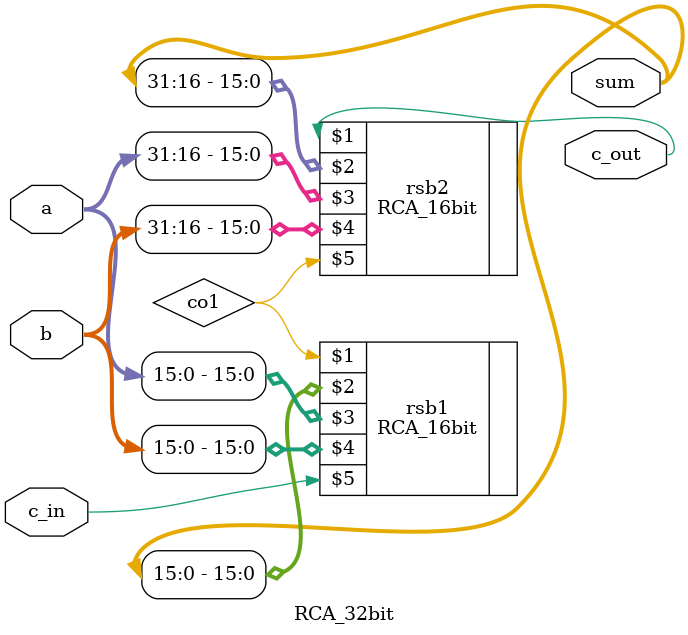
<source format=v>
`timescale 1ns / 1ps


module RCA_32bit(c_out, sum, a, b, c_in);

    input [31:0] a,b;
    input c_in;
    output c_out;
    output [31:0]sum;
    wire co1;
    
    RCA_16bit rsb1(co1, sum[15:0], a[15:0], b[15:0], c_in);
    RCA_16bit rsb2(c_out, sum[31:16], a[31:16], b[31:16], co1);
    
endmodule

</source>
